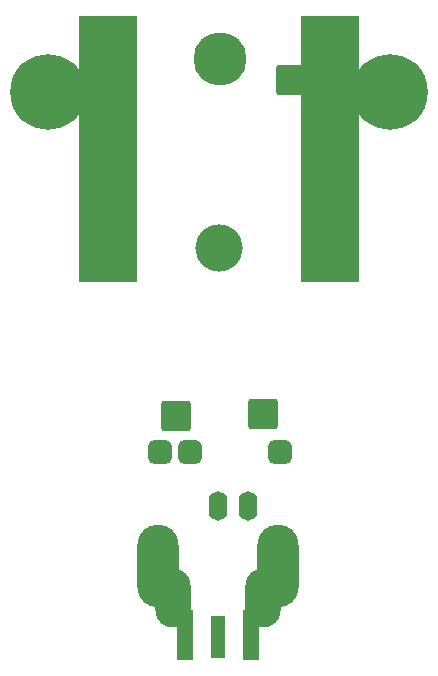
<source format=gbr>
%TF.GenerationSoftware,KiCad,Pcbnew,6.0.2+dfsg-1*%
%TF.CreationDate,2023-08-31T23:38:15+02:00*%
%TF.ProjectId,UnUn_BNC,556e556e-5f42-44e4-932e-6b696361645f,rev?*%
%TF.SameCoordinates,Original*%
%TF.FileFunction,Soldermask,Bot*%
%TF.FilePolarity,Negative*%
%FSLAX46Y46*%
G04 Gerber Fmt 4.6, Leading zero omitted, Abs format (unit mm)*
G04 Created by KiCad (PCBNEW 6.0.2+dfsg-1) date 2023-08-31 23:38:15*
%MOMM*%
%LPD*%
G01*
G04 APERTURE LIST*
G04 Aperture macros list*
%AMRoundRect*
0 Rectangle with rounded corners*
0 $1 Rounding radius*
0 $2 $3 $4 $5 $6 $7 $8 $9 X,Y pos of 4 corners*
0 Add a 4 corners polygon primitive as box body*
4,1,4,$2,$3,$4,$5,$6,$7,$8,$9,$2,$3,0*
0 Add four circle primitives for the rounded corners*
1,1,$1+$1,$2,$3*
1,1,$1+$1,$4,$5*
1,1,$1+$1,$6,$7*
1,1,$1+$1,$8,$9*
0 Add four rect primitives between the rounded corners*
20,1,$1+$1,$2,$3,$4,$5,0*
20,1,$1+$1,$4,$5,$6,$7,0*
20,1,$1+$1,$6,$7,$8,$9,0*
20,1,$1+$1,$8,$9,$2,$3,0*%
G04 Aperture macros list end*
%ADD10RoundRect,0.249999X-1.025001X-1.025001X1.025001X-1.025001X1.025001X1.025001X-1.025001X1.025001X0*%
%ADD11RoundRect,0.250002X-1.699998X-1.699998X1.699998X-1.699998X1.699998X1.699998X-1.699998X1.699998X0*%
%ADD12O,1.600000X2.500000*%
%ADD13O,3.500000X7.000000*%
%ADD14C,4.500000*%
%ADD15C,4.000000*%
%ADD16C,0.800000*%
%ADD17C,6.400000*%
%ADD18O,3.000000X5.000000*%
%ADD19RoundRect,0.500000X-0.500000X-0.500000X0.500000X-0.500000X0.500000X0.500000X-0.500000X0.500000X0*%
%ADD20R,5.000000X22.500000*%
%ADD21R,1.270000X3.600000*%
%ADD22R,1.350000X4.200000*%
G04 APERTURE END LIST*
D10*
%TO.C,U2*%
X121302000Y-79656000D03*
X113902000Y-79756000D03*
X123698000Y-51308000D03*
%TD*%
D11*
%TO.C,J5*%
X108204000Y-48260000D03*
%TD*%
D12*
%TO.C,J1*%
X117525000Y-87375000D03*
D13*
X122605000Y-92455000D03*
D12*
X120065000Y-87375000D03*
D13*
X112445000Y-92455000D03*
%TD*%
D14*
%TO.C,H5*%
X117678200Y-49530000D03*
%TD*%
D11*
%TO.C,J3*%
X127000000Y-48260000D03*
%TD*%
D15*
%TO.C,H5*%
X117602000Y-65532000D03*
%TD*%
D16*
%TO.C,REF\u002A\u002A*%
X132080000Y-49924000D03*
D17*
X132080000Y-52324000D03*
D16*
X132080000Y-54724000D03*
X133777056Y-50626944D03*
X129680000Y-52324000D03*
X130382944Y-54021056D03*
X130382944Y-50626944D03*
X134480000Y-52324000D03*
X133777056Y-54021056D03*
%TD*%
%TO.C,REF\u002A\u002A*%
X103124000Y-49924000D03*
X100724000Y-52324000D03*
X103124000Y-54724000D03*
D17*
X103124000Y-52324000D03*
D16*
X105524000Y-52324000D03*
X104821056Y-50626944D03*
X104821056Y-54021056D03*
X101426944Y-50626944D03*
X101426944Y-54021056D03*
%TD*%
D18*
%TO.C,REF\u002A\u002A*%
X121300000Y-95207500D03*
X113700000Y-95207500D03*
%TD*%
D19*
%TO.C,C1*%
X115135000Y-82804000D03*
X112595000Y-82804000D03*
X122755000Y-82804000D03*
%TD*%
D17*
%TO.C,H1*%
X132080000Y-52324000D03*
%TD*%
D20*
%TO.C,J4*%
X127000000Y-57150000D03*
%TD*%
D21*
%TO.C,REF\u002A\u002A*%
X117500000Y-98537500D03*
D22*
X114675000Y-98337500D03*
X120325000Y-98337500D03*
%TD*%
D20*
%TO.C,J6*%
X108204000Y-57150000D03*
%TD*%
M02*

</source>
